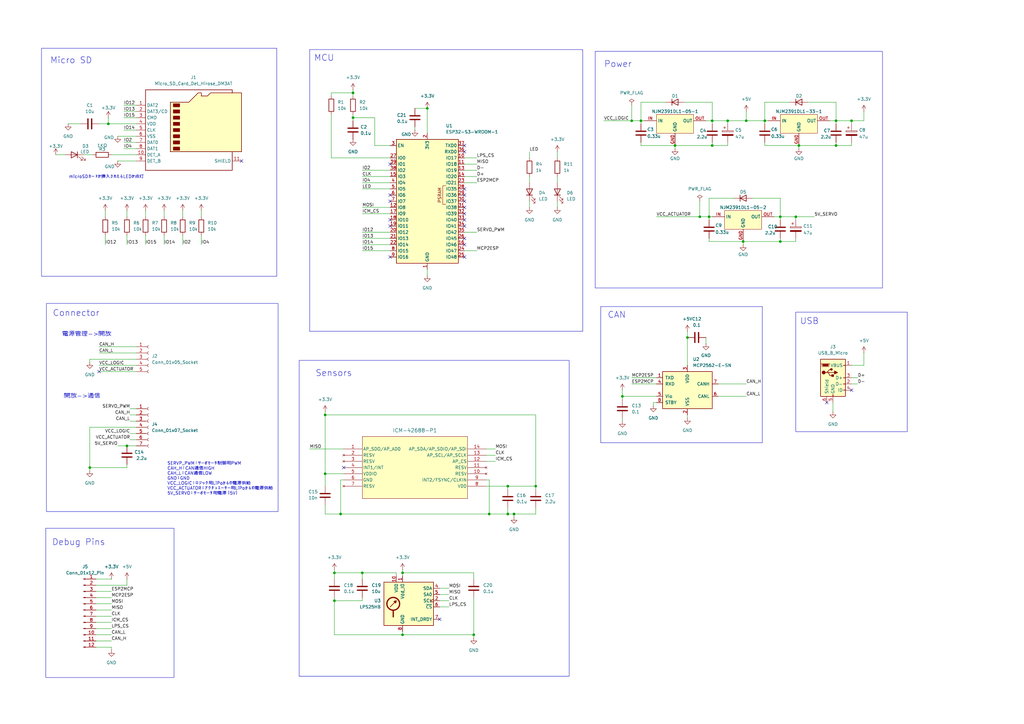
<source format=kicad_sch>
(kicad_sch (version 20231120) (generator "eeschema") (generator_version "8.0")
  (paper "A3")
  (title_block (title "C-73J 開放基板") (date "2025-01-20"))
  (lib_symbols
    (symbol "Connector:Conn_01x05_Socket" (pin_names (offset 1.016) hide)
      (property "Reference" "J" (at 0 7.62 0))
      (property "Value" "Conn_01x05_Socket" (at 0 -7.62 0))
      (symbol "Conn_01x05_Socket_1_1"
        (pin passive line (at -5.08 5.08 0) (length 3.81) (name "Pin_1") (number "1"))
        (pin passive line (at -5.08 2.54 0) (length 3.81) (name "Pin_2") (number "2"))
        (pin passive line (at -5.08 0 0) (length 3.81) (name "Pin_3") (number "3"))
        (pin passive line (at -5.08 -2.54 0) (length 3.81) (name "Pin_4") (number "4"))
        (pin passive line (at -5.08 -5.08 0) (length 3.81) (name "Pin_5") (number "5"))
      )
    )
    (symbol "Connector:Conn_01x07_Socket" (pin_names (offset 1.016) hide)
      (property "Reference" "J" (at 0 10.16 0))
      (property "Value" "Conn_01x07_Socket" (at 0 -10.16 0))
      (symbol "Conn_01x07_Socket_1_1"
        (pin passive line (at -5.08 7.62 0) (length 3.81) (name "Pin_1") (number "1"))
        (pin passive line (at -5.08 5.08 0) (length 3.81) (name "Pin_2") (number "2"))
        (pin passive line (at -5.08 2.54 0) (length 3.81) (name "Pin_3") (number "3"))
        (pin passive line (at -5.08 0 0) (length 3.81) (name "Pin_4") (number "4"))
        (pin passive line (at -5.08 -2.54 0) (length 3.81) (name "Pin_5") (number "5"))
        (pin passive line (at -5.08 -5.08 0) (length 3.81) (name "Pin_6") (number "6"))
        (pin passive line (at -5.08 -7.62 0) (length 3.81) (name "Pin_7") (number "7"))
      )
    )
    (symbol "Connector:Conn_01x12_Pin" (pin_names (offset 1.016) hide)
      (property "Reference" "J" (at 0 15.24 0))
      (property "Value" "Conn_01x12_Pin" (at 0 -17.78 0))
      (symbol "Conn_01x12_Pin_1_1"
        (pin passive line (at 5.08 12.7 180) (length 3.81) (name "Pin_1") (number "1"))
        (pin passive line (at 5.08 -10.16 180) (length 3.81) (name "Pin_10") (number "10"))
        (pin passive line (at 5.08 -12.7 180) (length 3.81) (name "Pin_11") (number "11"))
        (pin passive line (at 5.08 -15.24 180) (length 3.81) (name "Pin_12") (number "12"))
        (pin passive line (at 5.08 10.16 180) (length 3.81) (name "Pin_2") (number "2"))
        (pin passive line (at 5.08 7.62 180) (length 3.81) (name "Pin_3") (number "3"))
        (pin passive line (at 5.08 5.08 180) (length 3.81) (name "Pin_4") (number "4"))
        (pin passive line (at 5.08 2.54 180) (length 3.81) (name "Pin_5") (number "5"))
        (pin passive line (at 5.08 0 180) (length 3.81) (name "Pin_6") (number "6"))
        (pin passive line (at 5.08 -2.54 180) (length 3.81) (name "Pin_7") (number "7"))
        (pin passive line (at 5.08 -5.08 180) (length 3.81) (name "Pin_8") (number "8"))
        (pin passive line (at 5.08 -7.62 180) (length 3.81) (name "Pin_9") (number "9"))
      )
    )
    (symbol "Connector:Micro_SD_Card_Det_Hirose_DM3AT"
      (property "Reference" "J" (at -16.51 17.78 0))
      (property "Value" "Micro_SD_Card_Det_Hirose_DM3AT" (at 16.51 17.78 0))
      (symbol "Micro_SD_Card_Det_Hirose_DM3AT_1_1"
        (pin bidirectional line (at -22.86 10.16 0) (length 3.81) (name "DAT2") (number "1"))
        (pin passive line (at -22.86 -10.16 0) (length 3.81) (name "DET_A") (number "10"))
        (pin passive line (at 20.32 -12.7 180) (length 3.81) (name "SHIELD") (number "11"))
        (pin bidirectional line (at -22.86 7.62 0) (length 3.81) (name "DAT3/CD") (number "2"))
        (pin input line (at -22.86 5.08 0) (length 3.81) (name "CMD") (number "3"))
        (pin power_in line (at -22.86 2.54 0) (length 3.81) (name "VDD") (number "4"))
        (pin input line (at -22.86 0 0) (length 3.81) (name "CLK") (number "5"))
        (pin power_in line (at -22.86 -2.54 0) (length 3.81) (name "VSS") (number "6"))
        (pin bidirectional line (at -22.86 -5.08 0) (length 3.81) (name "DAT0") (number "7"))
        (pin bidirectional line (at -22.86 -7.62 0) (length 3.81) (name "DAT1") (number "8"))
        (pin passive line (at -22.86 -12.7 0) (length 3.81) (name "DET_B") (number "9"))
      )
    )
    (symbol "Connector:USB_B_Micro" (pin_names (offset 1.016))
      (property "Reference" "J" (at -5.08 11.43 0))
      (property "Value" "USB_B_Micro" (at -5.08 8.89 0))
      (symbol "USB_B_Micro_1_1"
        (pin power_out line (at 7.62 5.08 180) (length 2.54) (name "VBUS") (number "1"))
        (pin bidirectional line (at 7.62 -2.54 180) (length 2.54) (name "D-") (number "2"))
        (pin bidirectional line (at 7.62 0 180) (length 2.54) (name "D+") (number "3"))
        (pin passive line (at 7.62 -5.08 180) (length 2.54) (name "ID") (number "4"))
        (pin power_out line (at 0 -10.16 90) (length 2.54) (name "GND") (number "5"))
        (pin passive line (at -2.54 -10.16 90) (length 2.54) (name "Shield") (number "6"))
      )
    )
    (symbol "Device:C" (pin_numbers hide) (pin_names (offset 0.254))
      (property "Reference" "C" (at 0.635 2.54 0))
      (property "Value" "C" (at 0.635 -2.54 0))
      (symbol "C_1_1"
        (pin passive line (at 0 3.81 270) (length 2.794) (name "~") (number "1"))
        (pin passive line (at 0 -3.81 90) (length 2.794) (name "~") (number "2"))
      )
    )
    (symbol "Device:C_Polarized" (pin_numbers hide) (pin_names (offset 0.254))
      (property "Reference" "C" (at 0.635 2.54 0))
      (property "Value" "C_Polarized" (at 0.635 -2.54 0))
      (symbol "C_Polarized_1_1"
        (pin passive line (at 0 3.81 270) (length 2.794) (name "~") (number "1"))
        (pin passive line (at 0 -3.81 90) (length 2.794) (name "~") (number "2"))
      )
    )
    (symbol "Device:D" (pin_numbers hide) (pin_names (offset 1.016) hide)
      (property "Reference" "D" (at 0 2.54 0))
      (property "Value" "D" (at 0 -2.54 0))
      (symbol "D_1_1"
        (pin passive line (at -3.81 0 0) (length 2.54) (name "K") (number "1"))
        (pin passive line (at 3.81 0 180) (length 2.54) (name "A") (number "2"))
      )
    )
    (symbol "Device:LED" (pin_numbers hide) (pin_names (offset 1.016) hide)
      (property "Reference" "D" (at 0 2.54 0))
      (property "Value" "LED" (at 0 -2.54 0))
      (symbol "LED_1_1"
        (pin passive line (at -3.81 0 0) (length 2.54) (name "K") (number "1"))
        (pin passive line (at 3.81 0 180) (length 2.54) (name "A") (number "2"))
      )
    )
    (symbol "Device:R" (pin_numbers hide) (pin_names (offset 0))
      (property "Reference" "R" (at 2.032 0 90))
      (property "Value" "R" (at 0 0 90))
      (symbol "R_1_1"
        (pin passive line (at 0 3.81 270) (length 1.27) (name "~") (number "1"))
        (pin passive line (at 0 -3.81 90) (length 1.27) (name "~") (number "2"))
      )
    )
    (symbol "ICM42688:ICM-42688-P" (pin_names (offset 0.254))
      (property "Reference" "ICM-42688" (at 14.224 7.112 0))
      (symbol "ICM-42688-P_0_1"
        (pin no_connect line (at 58.42 -10.16 180) (length 7.62) (name "RESV") (number "10"))
        (pin no_connect line (at 58.42 -7.62 180) (length 7.62) (name "RESV") (number "11"))
        (pin no_connect line (at 0 -2.54 0) (length 7.62) (name "RESV") (number "2"))
        (pin no_connect line (at 0 -5.08 0) (length 7.62) (name "RESV") (number "3"))
        (pin bidirectional line (at 0 -7.62 0) (length 7.62) (name "INT1/INT") (number "4"))
        (pin no_connect line (at 0 -15.24 0) (length 7.62) (name "RESV") (number "7"))
        (pin bidirectional line (at 58.42 -12.7 180) (length 7.62) (name "INT2/FSYNC/CLKIN") (number "9"))
      )
      (symbol "ICM-42688-P_1_1"
        (pin output line (at 0 0 0) (length 7.62) (name "AP_SDO/AP_AD0") (number "1"))
        (pin input line (at 58.42 -5.08 180) (length 7.62) (name "AP_CS") (number "12"))
        (pin input line (at 58.42 -2.54 180) (length 7.62) (name "AP_SCL/AP_SCLK") (number "13"))
        (pin input line (at 58.42 0 180) (length 7.62) (name "AP_SDA/AP_SDIO/AP_SDI") (number "14"))
        (pin input line (at 0 -10.16 0) (length 7.62) (name "VDDIO") (number "5"))
        (pin power_in line (at 0 -12.7 0) (length 7.62) (name "GND") (number "6"))
        (pin power_in line (at 58.42 -15.24 180) (length 7.62) (name "VDD") (number "8"))
      )
    )
    (symbol "Interface_CAN_LIN:MCP2562-E-SN" (pin_names (offset 1.016))
      (property "Reference" "U" (at -10.16 8.89 0))
      (property "Value" "MCP2562-E-SN" (at 2.54 8.89 0))
      (symbol "MCP2562-E-SN_1_1"
        (pin input line (at -12.7 5.08 0) (length 2.54) (name "TXD") (number "1"))
        (pin power_in line (at 0 -10.16 90) (length 2.54) (name "VSS") (number "2"))
        (pin power_in line (at 0 10.16 270) (length 2.54) (name "VDD") (number "3"))
        (pin output line (at -12.7 2.54 0) (length 2.54) (name "RXD") (number "4"))
        (pin power_in line (at -12.7 -2.54 0) (length 2.54) (name "Vio") (number "5"))
        (pin bidirectional line (at 12.7 -2.54 180) (length 2.54) (name "CANL") (number "6"))
        (pin bidirectional line (at 12.7 2.54 180) (length 2.54) (name "CANH") (number "7"))
        (pin input line (at -12.7 -5.08 0) (length 2.54) (name "STBY") (number "8"))
      )
    )
    (symbol "NJM2391DL1-33_1"
      (property "Reference" "NJM2391DL1-33-2" (at 0 3.81 0))
      (symbol "NJM2391DL1-33_1_1_0"
        (pin power_in line (at 0 -10.16 90) (length 5.08) (name "GND") (number "GND"))
        (pin power_in line (at -12.7 0 0) (length 5.08) (name "IN") (number "IN"))
        (pin power_out line (at 12.7 0 180) (length 5.08) (name "OUT") (number "OUT"))
      )
    )
    (symbol "NJM2391DL1-33_2"
      (property "Reference" "NJM2391DL1-05-1" (at 0 3.81 0))
      (symbol "NJM2391DL1-33_2_1_0"
        (pin power_in line (at 0 -10.16 90) (length 5.08) (name "GND") (number "GND"))
        (pin input line (at -12.7 0 0) (length 5.08) (name "IN") (number "IN"))
        (pin passive line (at 12.7 0 180) (length 5.08) (name "OUT") (number "OUT"))
      )
    )
    (symbol "NJM2391DL:NJM2391DL1-33"
      (property "Reference" "NJM2391DL1-33" (at 0.254 4.318 0))
      (symbol "NJM2391DL1-33_1_0"
        (pin power_in line (at 0 -10.16 90) (length 5.08) (name "GND") (number "GND"))
        (pin input line (at -12.7 0 0) (length 5.08) (name "IN") (number "IN"))
        (pin output line (at 12.7 0 180) (length 5.08) (name "OUT") (number "OUT"))
      )
    )
    (symbol "RF_Module:ESP32-S3-WROOM-1"
      (property "Reference" "U" (at -12.7 26.67 0))
      (property "Value" "ESP32-S3-WROOM-1" (at 12.7 26.67 0))
      (symbol "ESP32-S3-WROOM-1_0_0"
        (text "PSRAM" (at 5.08 2.54 900) (effects (font (size 1.27 1.27))))
      )
      (symbol "ESP32-S3-WROOM-1_1_1"
        (pin power_in line (at 0 -27.94 90) (length 2.54) (name "GND") (number "1"))
        (pin bidirectional line (at 15.24 17.78 180) (length 2.54) (name "IO17") (number "10"))
        (pin bidirectional line (at 15.24 15.24 180) (length 2.54) (name "IO18") (number "11"))
        (pin bidirectional line (at -15.24 -2.54 0) (length 2.54) (name "IO8") (number "12"))
        (pin bidirectional line (at 15.24 12.7 180) (length 2.54) (name "IO19") (number "13"))
        (pin bidirectional line (at 15.24 10.16 180) (length 2.54) (name "IO20") (number "14"))
        (pin bidirectional line (at -15.24 10.16 0) (length 2.54) (name "IO3") (number "15"))
        (pin bidirectional line (at 15.24 -17.78 180) (length 2.54) (name "IO46") (number "16"))
        (pin bidirectional line (at -15.24 -5.08 0) (length 2.54) (name "IO9") (number "17"))
        (pin bidirectional line (at -15.24 -7.62 0) (length 2.54) (name "IO10") (number "18"))
        (pin bidirectional line (at -15.24 -10.16 0) (length 2.54) (name "IO11") (number "19"))
        (pin power_in line (at 0 27.94 270) (length 2.54) (name "3V3") (number "2"))
        (pin bidirectional line (at -15.24 -12.7 0) (length 2.54) (name "IO12") (number "20"))
        (pin bidirectional line (at -15.24 -15.24 0) (length 2.54) (name "IO13") (number "21"))
        (pin bidirectional line (at -15.24 -17.78 0) (length 2.54) (name "IO14") (number "22"))
        (pin bidirectional line (at 15.24 7.62 180) (length 2.54) (name "IO21") (number "23"))
        (pin bidirectional line (at 15.24 -20.32 180) (length 2.54) (name "IO47") (number "24"))
        (pin bidirectional line (at 15.24 -22.86 180) (length 2.54) (name "IO48") (number "25"))
        (pin bidirectional line (at 15.24 -15.24 180) (length 2.54) (name "IO45") (number "26"))
        (pin bidirectional line (at -15.24 17.78 0) (length 2.54) (name "IO0") (number "27"))
        (pin bidirectional line (at 15.24 5.08 180) (length 2.54) (name "IO35") (number "28"))
        (pin bidirectional line (at 15.24 2.54 180) (length 2.54) (name "IO36") (number "29"))
        (pin input line (at -15.24 22.86 0) (length 2.54) (name "EN") (number "3"))
        (pin bidirectional line (at 15.24 0 180) (length 2.54) (name "IO37") (number "30"))
        (pin bidirectional line (at 15.24 -2.54 180) (length 2.54) (name "IO38") (number "31"))
        (pin bidirectional line (at 15.24 -5.08 180) (length 2.54) (name "IO39") (number "32"))
        (pin bidirectional line (at 15.24 -7.62 180) (length 2.54) (name "IO40") (number "33"))
        (pin bidirectional line (at 15.24 -10.16 180) (length 2.54) (name "IO41") (number "34"))
        (pin bidirectional line (at 15.24 -12.7 180) (length 2.54) (name "IO42") (number "35"))
        (pin bidirectional line (at 15.24 20.32 180) (length 2.54) (name "RXD0") (number "36"))
        (pin bidirectional line (at 15.24 22.86 180) (length 2.54) (name "TXD0") (number "37"))
        (pin bidirectional line (at -15.24 12.7 0) (length 2.54) (name "IO2") (number "38"))
        (pin bidirectional line (at -15.24 15.24 0) (length 2.54) (name "IO1") (number "39"))
        (pin bidirectional line (at -15.24 7.62 0) (length 2.54) (name "IO4") (number "4"))
        (pin passive line (at 0 -27.94 90) (length 2.54) hide (name "GND") (number "40"))
        (pin passive line (at 0 -27.94 90) (length 2.54) hide (name "GND") (number "41"))
        (pin bidirectional line (at -15.24 5.08 0) (length 2.54) (name "IO5") (number "5"))
        (pin bidirectional line (at -15.24 2.54 0) (length 2.54) (name "IO6") (number "6"))
        (pin bidirectional line (at -15.24 0 0) (length 2.54) (name "IO7") (number "7"))
        (pin bidirectional line (at -15.24 -20.32 0) (length 2.54) (name "IO15") (number "8"))
        (pin bidirectional line (at -15.24 -22.86 0) (length 2.54) (name "IO16") (number "9"))
      )
    )
    (symbol "Sensor_Pressure:LPS25HB"
      (property "Reference" "U" (at -11.43 1.27 0))
      (property "Value" "LPS25HB" (at -11.176 -1.27 0))
      (symbol "LPS25HB_1_1"
        (pin power_in line (at -2.54 12.7 270) (length 2.54) (name "Vdd_IO") (number "1"))
        (pin power_in line (at -5.08 12.7 270) (length 2.54) (name "VDD") (number "10"))
        (pin input clock (at 12.7 2.54 180) (length 2.54) (name "SCL") (number "2"))
        (pin passive line (at -2.54 -10.16 90) (length 2.54) hide (name "GND") (number "3"))
        (pin bidirectional line (at 12.7 7.62 180) (length 2.54) (name "SDA") (number "4"))
        (pin input line (at 12.7 5.08 180) (length 2.54) (name "SA0") (number "5"))
        (pin input line (at 12.7 0 180) (length 2.54) (name "~{CS}") (number "6"))
        (pin output line (at 12.7 -5.08 180) (length 2.54) (name "INT_DRDY") (number "7"))
        (pin power_in line (at -2.54 -10.16 90) (length 2.54) (name "GND") (number "8"))
        (pin passive line (at -2.54 -10.16 90) (length 2.54) hide (name "GND") (number "9"))
      )
    )
    (symbol "power:+3.3V" (power) (pin_numbers hide) (pin_names (offset 0) hide)
      (property "Value" "+3.3V" (at 0 3.556 0))
      (symbol "+3.3V_1_1"
        (pin power_in line (at 0 0 90) (length 0) (name "~") (number "1"))
      )
    )
    (symbol "power:+5V" (power) (pin_numbers hide) (pin_names (offset 0) hide)
      (property "Value" "+5V" (at 0 3.556 0))
      (symbol "+5V_1_1"
        (pin power_in line (at 0 0 90) (length 0) (name "~") (number "1"))
      )
    )
    (symbol "power:GND" (power) (pin_numbers hide) (pin_names (offset 0) hide)
      (property "Value" "GND" (at 0 -3.81 0))
      (symbol "GND_1_1"
        (pin power_in line (at 0 0 270) (length 0) (name "~") (number "1"))
      )
    )
    (symbol "power:PWR_FLAG" (power) (pin_numbers hide) (pin_names (offset 0) hide)
      (property "Value" "PWR_FLAG" (at 0 3.81 0))
      (symbol "PWR_FLAG_0_0"
        (pin power_out line (at 0 0 90) (length 0) (name "~") (number "1"))
      )
    )
  )
  (junction (at 133.35 170.18))
  (junction (at 36.83 191.77))
  (junction (at 327.66 59.69))
  (junction (at 276.86 59.69))
  (junction (at 44.45 50.8))
  (junction (at 287.02 88.9))
  (junction (at 194.31 260.35))
  (junction (at 306.07 49.53))
  (junction (at 52.07 182.88))
  (junction (at 139.7 210.82))
  (junction (at 262.89 49.53))
  (junction (at 326.39 88.9))
  (junction (at 320.04 88.9))
  (junction (at 349.25 49.53))
  (junction (at 133.35 194.31))
  (junction (at 175.26 44.45))
  (junction (at 292.1 59.69))
  (junction (at 165.1 234.95))
  (junction (at 208.28 199.39))
  (junction (at 200.66 210.82))
  (junction (at 290.83 88.9))
  (junction (at 137.16 246.38))
  (junction (at 210.82 210.82))
  (junction (at 148.59 234.95))
  (junction (at 342.9 59.69))
  (junction (at 259.08 49.53))
  (junction (at 292.1 49.53))
  (junction (at 137.16 234.95))
  (junction (at 255.27 162.56))
  (junction (at 342.9 49.53))
  (junction (at 304.8 99.06))
  (junction (at 313.69 49.53))
  (junction (at 208.28 210.82))
  (junction (at 281.94 138.43))
  (junction (at 144.78 38.1))
  (junction (at 144.78 48.26))
  (junction (at 219.71 199.39))
  (junction (at 298.45 49.53))
  (junction (at 320.04 99.06))
  (junction (at 165.1 260.35))
  (no_connect (at 160.02 67.31))
  (no_connect (at 160.02 92.71))
  (no_connect (at 190.5 62.23))
  (no_connect (at 190.5 105.41))
  (no_connect (at 160.02 105.41))
  (no_connect (at 40.64 152.4))
  (no_connect (at 160.02 90.17))
  (no_connect (at 99.06 66.04))
  (no_connect (at 160.02 82.55))
  (no_connect (at 140.97 191.77))
  (no_connect (at 180.34 254))
  (no_connect (at 339.09 165.1))
  (no_connect (at 349.25 160.02))
  (no_connect (at 160.02 80.01))
  (no_connect (at 190.5 90.17))
  (no_connect (at 190.5 59.69))
  (no_connect (at 190.5 97.79))
  (no_connect (at 190.5 92.71))
  (no_connect (at 190.5 80.01))
  (no_connect (at 190.5 100.33))
  (no_connect (at 190.5 85.09))
  (no_connect (at 190.5 87.63))
  (no_connect (at 190.5 82.55))
  (no_connect (at 190.5 77.47))
  (wire (pts (xy 144.78 46.99) (xy 144.78 48.26)))
  (wire (pts (xy 148.59 77.47) (xy 160.02 77.47)))
  (wire (pts (xy 320.04 97.79) (xy 320.04 99.06)))
  (wire (pts (xy 267.97 165.1) (xy 269.24 165.1)))
  (wire (pts (xy 281.94 171.45) (xy 281.94 170.18)))
  (wire (pts (xy 313.69 49.53) (xy 313.69 41.91)))
  (wire (pts (xy 127 184.15) (xy 140.97 184.15)))
  (wire (pts (xy 137.16 234.95) (xy 137.16 237.49)))
  (wire (pts (xy 262.89 49.53) (xy 262.89 41.91)))
  (wire (pts (xy 281.94 135.89) (xy 281.94 138.43)))
  (wire (pts (xy 219.71 199.39) (xy 219.71 200.66)))
  (wire (pts (xy 45.72 262.89) (xy 39.37 262.89)))
  (wire (pts (xy 354.33 49.53) (xy 354.33 45.72)))
  (wire (pts (xy 162.56 234.95) (xy 162.56 236.22)))
  (wire (pts (xy 326.39 88.9) (xy 334.01 88.9)))
  (wire (pts (xy 349.25 149.86) (xy 354.33 149.86)))
  (wire (pts (xy 45.72 257.81) (xy 39.37 257.81)))
  (wire (pts (xy 194.31 234.95) (xy 194.31 237.49)))
  (wire (pts (xy 144.78 48.26) (xy 144.78 49.53)))
  (wire (pts (xy 255.27 163.83) (xy 255.27 162.56)))
  (wire (pts (xy 317.5 88.9) (xy 320.04 88.9)))
  (wire (pts (xy 53.34 177.8) (xy 55.88 177.8)))
  (wire (pts (xy 298.45 59.69) (xy 298.45 58.42)))
  (wire (pts (xy 200.66 196.85) (xy 200.66 210.82)))
  (wire (pts (xy 219.71 208.28) (xy 219.71 210.82)))
  (wire (pts (xy 137.16 233.68) (xy 137.16 234.95)))
  (wire (pts (xy 45.72 245.11) (xy 39.37 245.11)))
  (wire (pts (xy 45.72 266.7) (xy 45.72 265.43)))
  (wire (pts (xy 259.08 157.48) (xy 269.24 157.48)))
  (wire (pts (xy 199.39 186.69) (xy 203.2 186.69)))
  (wire (pts (xy 217.17 82.55) (xy 217.17 85.09)))
  (wire (pts (xy 342.9 58.42) (xy 342.9 59.69)))
  (wire (pts (xy 298.45 49.53) (xy 306.07 49.53)))
  (wire (pts (xy 165.1 234.95) (xy 165.1 236.22)))
  (wire (pts (xy 276.86 59.69) (xy 276.86 60.96)))
  (wire (pts (xy 349.25 157.48) (xy 351.79 157.48)))
  (wire (pts (xy 210.82 212.09) (xy 210.82 210.82)))
  (wire (pts (xy 133.35 199.39) (xy 133.35 194.31)))
  (wire (pts (xy 165.1 260.35) (xy 165.1 259.08)))
  (wire (pts (xy 290.83 88.9) (xy 290.83 81.28)))
  (wire (pts (xy 133.35 170.18) (xy 219.71 170.18)))
  (wire (pts (xy 133.35 210.82) (xy 139.7 210.82)))
  (wire (pts (xy 194.31 245.11) (xy 194.31 260.35)))
  (wire (pts (xy 148.59 245.11) (xy 148.59 246.38)))
  (wire (pts (xy 208.28 210.82) (xy 210.82 210.82)))
  (wire (pts (xy 259.08 49.53) (xy 262.89 49.53)))
  (wire (pts (xy 194.31 261.62) (xy 194.31 260.35)))
  (wire (pts (xy 148.59 95.25) (xy 160.02 95.25)))
  (wire (pts (xy 67.31 96.52) (xy 67.31 100.33)))
  (wire (pts (xy 190.5 72.39) (xy 195.58 72.39)))
  (wire (pts (xy 144.78 48.26) (xy 153.67 48.26)))
  (wire (pts (xy 313.69 41.91) (xy 323.85 41.91)))
  (wire (pts (xy 308.61 81.28) (xy 320.04 81.28)))
  (wire (pts (xy 53.34 172.72) (xy 55.88 172.72)))
  (wire (pts (xy 306.07 45.72) (xy 306.07 49.53)))
  (wire (pts (xy 153.67 59.69) (xy 160.02 59.69)))
  (wire (pts (xy 36.83 175.26) (xy 36.83 191.77)))
  (wire (pts (xy 165.1 233.68) (xy 165.1 234.95)))
  (wire (pts (xy 74.93 96.52) (xy 74.93 100.33)))
  (wire (pts (xy 290.83 97.79) (xy 290.83 99.06)))
  (wire (pts (xy 48.26 182.88) (xy 52.07 182.88)))
  (wire (pts (xy 304.8 99.06) (xy 320.04 99.06)))
  (wire (pts (xy 331.47 41.91) (xy 342.9 41.91)))
  (wire (pts (xy 44.45 50.8) (xy 55.88 50.8)))
  (wire (pts (xy 281.94 138.43) (xy 281.94 149.86)))
  (wire (pts (xy 36.83 191.77) (xy 36.83 193.04)))
  (wire (pts (xy 170.18 52.07) (xy 170.18 53.34)))
  (wire (pts (xy 180.34 243.84) (xy 184.15 243.84)))
  (wire (pts (xy 199.39 184.15) (xy 203.2 184.15)))
  (wire (pts (xy 148.59 234.95) (xy 162.56 234.95)))
  (wire (pts (xy 50.8 45.72) (xy 55.88 45.72)))
  (wire (pts (xy 48.26 66.04) (xy 55.88 66.04)))
  (wire (pts (xy 148.59 85.09) (xy 160.02 85.09)))
  (wire (pts (xy 45.72 255.27) (xy 39.37 255.27)))
  (wire (pts (xy 217.17 72.39) (xy 217.17 74.93)))
  (wire (pts (xy 219.71 210.82) (xy 210.82 210.82)))
  (wire (pts (xy 326.39 99.06) (xy 320.04 99.06)))
  (wire (pts (xy 320.04 81.28) (xy 320.04 88.9)))
  (wire (pts (xy 255.27 162.56) (xy 269.24 162.56)))
  (wire (pts (xy 292.1 41.91) (xy 292.1 49.53)))
  (wire (pts (xy 190.5 69.85) (xy 195.58 69.85)))
  (wire (pts (xy 139.7 196.85) (xy 139.7 210.82)))
  (wire (pts (xy 165.1 234.95) (xy 194.31 234.95)))
  (wire (pts (xy 342.9 49.53) (xy 342.9 50.8)))
  (wire (pts (xy 36.83 147.32) (xy 36.83 148.59)))
  (wire (pts (xy 50.8 48.26) (xy 55.88 48.26)))
  (wire (pts (xy 40.64 152.4) (xy 55.88 152.4)))
  (wire (pts (xy 22.86 63.5) (xy 26.67 63.5)))
  (wire (pts (xy 320.04 88.9) (xy 326.39 88.9)))
  (wire (pts (xy 313.69 59.69) (xy 327.66 59.69)))
  (wire (pts (xy 82.55 96.52) (xy 82.55 100.33)))
  (wire (pts (xy 342.9 49.53) (xy 349.25 49.53)))
  (wire (pts (xy 139.7 196.85) (xy 140.97 196.85)))
  (wire (pts (xy 354.33 144.78) (xy 354.33 149.86)))
  (wire (pts (xy 280.67 41.91) (xy 292.1 41.91)))
  (wire (pts (xy 53.34 170.18) (xy 55.88 170.18)))
  (wire (pts (xy 306.07 49.53) (xy 313.69 49.53)))
  (wire (pts (xy 148.59 87.63) (xy 160.02 87.63)))
  (wire (pts (xy 294.64 162.56) (xy 306.07 162.56)))
  (wire (pts (xy 208.28 199.39) (xy 219.71 199.39)))
  (wire (pts (xy 228.6 62.23) (xy 228.6 64.77)))
  (wire (pts (xy 165.1 260.35) (xy 194.31 260.35)))
  (wire (pts (xy 50.8 60.96) (xy 55.88 60.96)))
  (wire (pts (xy 175.26 44.45) (xy 170.18 44.45)))
  (wire (pts (xy 200.66 210.82) (xy 208.28 210.82)))
  (wire (pts (xy 195.58 102.87) (xy 190.5 102.87)))
  (wire (pts (xy 199.39 196.85) (xy 200.66 196.85)))
  (wire (pts (xy 144.78 38.1) (xy 144.78 39.37)))
  (wire (pts (xy 292.1 88.9) (xy 290.83 88.9)))
  (wire (pts (xy 53.34 180.34) (xy 55.88 180.34)))
  (wire (pts (xy 349.25 49.53) (xy 354.33 49.53)))
  (wire (pts (xy 148.59 102.87) (xy 160.02 102.87)))
  (wire (pts (xy 314.96 49.53) (xy 313.69 49.53)))
  (wire (pts (xy 262.89 58.42) (xy 262.89 59.69)))
  (wire (pts (xy 137.16 260.35) (xy 165.1 260.35)))
  (wire (pts (xy 153.67 48.26) (xy 153.67 59.69)))
  (wire (pts (xy 52.07 182.88) (xy 55.88 182.88)))
  (wire (pts (xy 135.89 39.37) (xy 135.89 38.1)))
  (wire (pts (xy 40.64 149.86) (xy 55.88 149.86)))
  (wire (pts (xy 82.55 86.36) (xy 82.55 88.9)))
  (wire (pts (xy 208.28 199.39) (xy 208.28 200.66)))
  (wire (pts (xy 50.8 43.18) (xy 55.88 43.18)))
  (wire (pts (xy 304.8 99.06) (xy 304.8 100.33)))
  (wire (pts (xy 180.34 248.92) (xy 184.15 248.92)))
  (wire (pts (xy 298.45 50.8) (xy 298.45 49.53)))
  (wire (pts (xy 292.1 49.53) (xy 292.1 50.8)))
  (wire (pts (xy 45.72 247.65) (xy 39.37 247.65)))
  (wire (pts (xy 148.59 74.93) (xy 160.02 74.93)))
  (wire (pts (xy 40.64 50.8) (xy 44.45 50.8)))
  (wire (pts (xy 34.29 63.5) (xy 38.1 63.5)))
  (wire (pts (xy 40.64 142.24) (xy 55.88 142.24)))
  (wire (pts (xy 292.1 49.53) (xy 298.45 49.53)))
  (wire (pts (xy 36.83 175.26) (xy 55.88 175.26)))
  (wire (pts (xy 137.16 246.38) (xy 137.16 260.35)))
  (wire (pts (xy 40.64 144.78) (xy 55.88 144.78)))
  (wire (pts (xy 349.25 50.8) (xy 349.25 49.53)))
  (wire (pts (xy 195.58 67.31) (xy 190.5 67.31)))
  (wire (pts (xy 327.66 59.69) (xy 342.9 59.69)))
  (wire (pts (xy 50.8 58.42) (xy 55.88 58.42)))
  (wire (pts (xy 264.16 49.53) (xy 262.89 49.53)))
  (wire (pts (xy 276.86 59.69) (xy 292.1 59.69)))
  (wire (pts (xy 294.64 157.48) (xy 306.07 157.48)))
  (wire (pts (xy 180.34 241.3) (xy 184.15 241.3)))
  (wire (pts (xy 59.69 86.36) (xy 59.69 88.9)))
  (wire (pts (xy 133.35 168.91) (xy 133.35 170.18)))
  (wire (pts (xy 148.59 100.33) (xy 160.02 100.33)))
  (wire (pts (xy 48.26 55.88) (xy 55.88 55.88)))
  (wire (pts (xy 52.07 191.77) (xy 36.83 191.77)))
  (wire (pts (xy 148.59 72.39) (xy 160.02 72.39)))
  (wire (pts (xy 199.39 189.23) (xy 203.2 189.23)))
  (wire (pts (xy 135.89 38.1) (xy 144.78 38.1)))
  (wire (pts (xy 52.07 190.5) (xy 52.07 191.77)))
  (wire (pts (xy 195.58 74.93) (xy 190.5 74.93)))
  (wire (pts (xy 262.89 49.53) (xy 262.89 50.8)))
  (wire (pts (xy 342.9 41.91) (xy 342.9 49.53)))
  (wire (pts (xy 262.89 41.91) (xy 273.05 41.91)))
  (wire (pts (xy 349.25 59.69) (xy 342.9 59.69)))
  (wire (pts (xy 349.25 154.94) (xy 351.79 154.94)))
  (wire (pts (xy 290.83 99.06) (xy 304.8 99.06)))
  (wire (pts (xy 52.07 240.03) (xy 52.07 237.49)))
  (wire (pts (xy 298.45 59.69) (xy 292.1 59.69)))
  (wire (pts (xy 247.65 49.53) (xy 259.08 49.53)))
  (wire (pts (xy 45.72 252.73) (xy 39.37 252.73)))
  (wire (pts (xy 53.34 167.64) (xy 55.88 167.64)))
  (wire (pts (xy 327.66 59.69) (xy 327.66 60.96)))
  (wire (pts (xy 133.35 207.01) (xy 133.35 210.82)))
  (wire (pts (xy 148.59 97.79) (xy 160.02 97.79)))
  (wire (pts (xy 36.83 147.32) (xy 55.88 147.32)))
  (wire (pts (xy 45.72 260.35) (xy 39.37 260.35)))
  (wire (pts (xy 320.04 88.9) (xy 320.04 90.17)))
  (wire (pts (xy 148.59 234.95) (xy 137.16 234.95)))
  (wire (pts (xy 195.58 95.25) (xy 190.5 95.25)))
  (wire (pts (xy 45.72 237.49) (xy 39.37 237.49)))
  (wire (pts (xy 313.69 49.53) (xy 313.69 50.8)))
  (wire (pts (xy 219.71 170.18) (xy 219.71 199.39)))
  (wire (pts (xy 137.16 245.11) (xy 137.16 246.38)))
  (wire (pts (xy 45.72 242.57) (xy 39.37 242.57)))
  (wire (pts (xy 199.39 199.39) (xy 208.28 199.39)))
  (wire (pts (xy 341.63 165.1) (xy 341.63 168.91)))
  (wire (pts (xy 139.7 210.82) (xy 200.66 210.82)))
  (wire (pts (xy 43.18 96.52) (xy 43.18 100.33)))
  (wire (pts (xy 27.94 50.8) (xy 33.02 50.8)))
  (wire (pts (xy 269.24 88.9) (xy 287.02 88.9)))
  (wire (pts (xy 267.97 166.37) (xy 267.97 165.1)))
  (wire (pts (xy 289.56 49.53) (xy 292.1 49.53)))
  (wire (pts (xy 289.56 140.97) (xy 289.56 138.43)))
  (wire (pts (xy 262.89 59.69) (xy 276.86 59.69)))
  (wire (pts (xy 175.26 110.49) (xy 175.26 113.03)))
  (wire (pts (xy 135.89 46.99) (xy 135.89 64.77)))
  (wire (pts (xy 255.27 172.72) (xy 255.27 171.45)))
  (wire (pts (xy 135.89 64.77) (xy 160.02 64.77)))
  (wire (pts (xy 228.6 82.55) (xy 228.6 85.09)))
  (wire (pts (xy 144.78 36.83) (xy 144.78 38.1)))
  (wire (pts (xy 43.18 86.36) (xy 43.18 88.9)))
  (wire (pts (xy 45.72 265.43) (xy 39.37 265.43)))
  (wire (pts (xy 287.02 82.55) (xy 287.02 88.9)))
  (wire (pts (xy 340.36 49.53) (xy 342.9 49.53)))
  (wire (pts (xy 52.07 86.36) (xy 52.07 88.9)))
  (wire (pts (xy 148.59 234.95) (xy 148.59 237.49)))
  (wire (pts (xy 326.39 99.06) (xy 326.39 97.79)))
  (wire (pts (xy 45.72 63.5) (xy 55.88 63.5)))
  (wire (pts (xy 180.34 246.38) (xy 184.15 246.38)))
  (wire (pts (xy 259.08 154.94) (xy 269.24 154.94)))
  (wire (pts (xy 290.83 81.28) (xy 300.99 81.28)))
  (wire (pts (xy 44.45 48.26) (xy 44.45 50.8)))
  (wire (pts (xy 259.08 43.18) (xy 259.08 49.53)))
  (wire (pts (xy 228.6 72.39) (xy 228.6 74.93)))
  (wire (pts (xy 148.59 246.38) (xy 137.16 246.38)))
  (wire (pts (xy 133.35 194.31) (xy 140.97 194.31)))
  (wire (pts (xy 148.59 69.85) (xy 160.02 69.85)))
  (wire (pts (xy 255.27 160.02) (xy 255.27 162.56)))
  (wire (pts (xy 133.35 170.18) (xy 133.35 194.31)))
  (wire (pts (xy 326.39 90.17) (xy 326.39 88.9)))
  (wire (pts (xy 39.37 240.03) (xy 52.07 240.03)))
  (wire (pts (xy 175.26 44.45) (xy 175.26 54.61)))
  (wire (pts (xy 195.58 64.77) (xy 190.5 64.77)))
  (wire (pts (xy 59.69 96.52) (xy 59.69 100.33)))
  (wire (pts (xy 290.83 88.9) (xy 290.83 90.17)))
  (wire (pts (xy 45.72 250.19) (xy 39.37 250.19)))
  (wire (pts (xy 67.31 86.36) (xy 67.31 88.9)))
  (wire (pts (xy 287.02 88.9) (xy 290.83 88.9)))
  (wire (pts (xy 349.25 59.69) (xy 349.25 58.42)))
  (wire (pts (xy 74.93 86.36) (xy 74.93 88.9)))
  (wire (pts (xy 50.8 53.34) (xy 55.88 53.34)))
  (wire (pts (xy 208.28 208.28) (xy 208.28 210.82)))
  (wire (pts (xy 52.07 96.52) (xy 52.07 100.33)))
  (wire (pts (xy 313.69 58.42) (xy 313.69 59.69)))
  (wire (pts (xy 292.1 58.42) (xy 292.1 59.69)))
  (wire (pts (xy 217.17 62.23) (xy 217.17 64.77)))
  (rectangle (start 19.05 124.46) (end 114.046 209.804))
  (rectangle (start 246.38 125.73) (end 312.674 181.61))
  (rectangle (start 17.018 19.812) (end 113.538 113.284))
  (rectangle (start 244.094 21.082) (end 361.95 118.11))
  (rectangle (start 18.796 216.662) (end 71.374 277.876))
  (rectangle (start 326.39 128.016) (end 372.11 177.038))
  (rectangle (start 122.682 147.828) (end 233.426 277.368))
  (rectangle (start 127 20.32) (end 239.014 135.89))
  (text "Sensors" (at 136.906 153.162 0) (effects (font (size 2.54 2.54))))
  (text "電源管理->開放" (at 25.4 137.16 0) (effects (font (size 1.778 1.778)) (justify left)))
  (text "開放->通信" (at 26.162 162.56 0) (effects (font (size 1.778 1.778)) (justify left)))
  (text "Debug Pins" (at 32.258 222.504 0) (effects (font (size 2.54 2.54))))
  (text "MCU\n" (at 128.778 23.876 0) (effects (font (size 2.54 2.54)) (justify left)))
  (text "Power" (at 253.492 26.416 0) (effects (font (size 2.54 2.54))))
  (text "Connector" (at 31.242 128.524 0) (effects (font (size 2.54 2.54))))
  (text "microSDカードが挿入されたらLEDが点灯" (at 43.688 72.644 0) (effects (font (size 1.27 1.27))))
  (text "CAN\n" (at 249.174 129.286 0) (effects (font (size 2.54 2.54)) (justify left)))
  (text "SERVP_PWM：サーボモータ制御用PWM\nCAH_H：CAN通信HIGH\nCAH_L：CAN通信LOW\nGND：GND\nVCC_LOGIC：ロジック用LiPoからの電源供給\nVCC_ACTUATOR：アクチュエーター用LiPoからの電源供給\n5V_SERVO：サーボモータ用電源（5V）" (at 68.58 196.342 0) (effects (font (size 1.27 1.27)) (justify left)))
  (text "USB" (at 331.978 131.826 0) (effects (font (size 2.54 2.54))))
  (text "Micro SD" (at 29.21 24.892 0) (effects (font (size 2.54 2.54))))
  (label "IO2" (at 74.93 100.33 0))
  (label "IO15" (at 59.69 100.33 0))
  (label "CLK" (at 148.59 72.39 0))
  (label "ESP2MCP" (at 259.08 157.48 0))
  (label "CAN_L" (at 306.07 162.56 0))
  (label "IO14" (at 67.31 100.33 0))
  (label "IO2" (at 148.59 69.85 0))
  (label "IO13" (at 148.59 97.79 0))
  (label "IO4" (at 148.59 74.93 0))
  (label "MISO" (at 184.15 243.84 0))
  (label "CAN_H" (at 53.34 170.18 180))
  (label "IO15" (at 50.8 48.26 0))
  (label "ESP2MCP" (at 45.72 242.57 0))
  (label "IO4" (at 82.55 100.33 0))
  (label "CLK" (at 45.72 252.73 0))
  (label "5V_SERVO" (at 334.01 88.9 0))
  (label "MISO" (at 195.58 67.31 0))
  (label "MCP2ESP" (at 45.72 245.11 0))
  (label "VCC_ACTUATOR" (at 40.64 152.4 0))
  (label "CAN_L" (at 45.72 260.35 0))
  (label "MOSI" (at 45.72 247.65 0))
  (label "IO13" (at 52.07 100.33 0))
  (label "CAN_H" (at 40.64 142.24 0))
  (label "VCC_ACTUATOR" (at 269.24 88.9 0))
  (label "IO14" (at 50.8 53.34 0))
  (label "D+" (at 351.79 154.94 0))
  (label "CAN_H" (at 306.07 157.48 0))
  (label "D-" (at 351.79 157.48 0))
  (label "LPS_CS" (at 195.58 64.77 0))
  (label "CAN_L" (at 40.64 144.78 0))
  (label "LED" (at 217.17 62.23 0))
  (label "VCC_LOGIC" (at 40.64 149.86 0))
  (label "ICM_CS" (at 148.59 87.63 0))
  (label "CAN_L" (at 53.34 172.72 180))
  (label "CLK" (at 184.15 246.38 0))
  (label "MISO" (at 45.72 250.19 0))
  (label "IO13" (at 50.8 45.72 0))
  (label "CLK" (at 203.2 186.69 0))
  (label "MCP2ESP" (at 195.58 102.87 0))
  (label "MCP2ESP" (at 259.08 154.94 0))
  (label "CAN_H" (at 45.72 262.89 0))
  (label "IO15" (at 148.59 102.87 0))
  (label "MOSI" (at 184.15 241.3 0))
  (label "IO12" (at 43.18 100.33 0))
  (label "D+" (at 195.58 72.39 0))
  (label "ICM_CS" (at 45.72 255.27 0))
  (label "SERVO_PWM" (at 195.58 95.25 0))
  (label "IO2" (at 50.8 58.42 0))
  (label "LED" (at 148.59 77.47 0))
  (label "VCC_ACTUATOR" (at 53.34 180.34 180))
  (label "LPS_CS" (at 184.15 248.92 0))
  (label "D-" (at 195.58 69.85 0))
  (label "IO14" (at 148.59 100.33 0))
  (label "IO12" (at 50.8 43.18 0))
  (label "ESP2MCP" (at 195.58 74.93 0))
  (label "MOSI" (at 148.59 85.09 0))
  (label "ICM_CS" (at 203.2 189.23 0))
  (label "SERVO_PWM" (at 53.34 167.64 180))
  (label "MISO" (at 127 184.15 0))
  (label "IO12" (at 148.59 95.25 0))
  (label "VCC_LOGIC" (at 247.65 49.53 0))
  (label "VCC_LOGIC" (at 53.34 177.8 180))
  (label "IO4" (at 50.8 60.96 0))
  (label "5V_SERVO" (at 48.26 182.88 180))
  (label "MOSI" (at 203.2 184.15 0))
  (label "LPS_CS" (at 45.72 257.81 0))
  (symbol (lib_id "Device:D") (at 276.86 41.91 0) (unit 1)
    (property "Reference" "D1" (at 276.86 39.37 0))
    (property "Footprint" "Diode_SMD:D_1206_3216Metric" (effects (hide yes)))
    (property "Description" "Diode" (effects (hide yes)))
    (property "Sim.Device" "D" (effects (hide yes)))
    (property "Sim.Pins" "1=K 2=A" (effects (hide yes)))
  )
  (symbol (lib_id "Device:C") (at 285.75 138.43 90) (unit 1)
    (property "Reference" "C12" (at 285.75 130.81 90))
    (property "Value" "0.1" (at 285.75 133.35 90))
    (property "Footprint" "Capacitor_SMD:C_0603_1608Metric" (effects (hide yes)))
    (property "Description" "Unpolarized capacitor" (effects (hide yes)))
  )
  (symbol (lib_id "power:+3.3V") (at 144.78 36.83 0) (unit 1)
    (property "Reference" "#PWR01" (effects (hide yes)))
    (property "Value" "+3.3V" (at 144.78 31.75 0))
    (property "Description" "Power symbol creates a global label with name \"+3.3V\"" (effects (hide yes)))
  )
  (symbol (lib_id "power:GND") (at 228.6 85.09 0) (unit 1)
    (property "Reference" "#PWR040" (effects (hide yes)))
    (property "Value" "GND" (at 228.6 90.17 0))
    (property "Description" "Power symbol creates a global label with name \"GND\" , ground" (effects (hide yes)))
  )
  (symbol (lib_id "power:GND") (at 36.83 148.59 0) (unit 1)
    (property "Reference" "#PWR025" (effects (hide yes)))
    (property "Value" "GND" (at 36.83 153.67 0))
    (property "Description" "Power symbol creates a global label with name \"GND\" , ground" (effects (hide yes)))
  )
  (symbol (lib_id "power:+3.3V") (at 82.55 86.36 0) (unit 1)
    (property "Reference" "#PWR019" (effects (hide yes)))
    (property "Value" "+3.3V" (at 82.55 81.28 0))
    (property "Description" "Power symbol creates a global label with name \"+3.3V\"" (effects (hide yes)))
  )
  (symbol (lib_id "power:GND") (at 27.94 50.8 0) (unit 1)
    (property "Reference" "#PWR05" (effects (hide yes)))
    (property "Value" "GND" (at 27.94 55.88 0))
    (property "Description" "Power symbol creates a global label with name \"GND\" , ground" (effects (hide yes)))
  )
  (symbol (lib_id "power:GND") (at 45.72 266.7 0) (unit 1)
    (property "Reference" "#PWR039" (effects (hide yes)))
    (property "Value" "GND" (at 45.72 271.78 0))
    (property "Description" "Power symbol creates a global label with name \"GND\" , ground" (effects (hide yes)))
  )
  (symbol (lib_id "Device:C") (at 320.04 93.98 0) (unit 1)
    (property "Reference" "C10" (at 314.96 92.964 0) (effects (justify left)))
    (property "Value" "2.2u" (at 313.69 95.504 0) (effects (justify left)))
    (property "Footprint" "Capacitor_SMD:C_0603_1608Metric" (effects (hide yes)))
    (property "Description" "Unpolarized capacitor" (effects (hide yes)))
  )
  (symbol (lib_id "Connector:Conn_01x05_Socket") (at 60.96 147.32 0) (unit 1)
    (property "Reference" "J2" (at 62.23 146.0499 0) (effects (justify left)))
    (property "Value" "Conn_01x05_Socket" (at 62.23 148.5899 0) (effects (justify left)))
    (property "Footprint" "Connector_JST:JST_PH_S5B-PH-K_1x05_P2.00mm_Horizontal" (effects (hide yes)))
    (property "Description" "Generic connector, single row, 01x05, script generated" (effects (hide yes)))
  )
  (symbol (lib_id "Device:C_Polarized") (at 326.39 93.98 0) (unit 1)
    (property "Reference" "C11" (at 329.438 92.71 0) (effects (justify left)))
    (property "Value" "47u" (at 329.438 95.504 0) (effects (justify left)))
    (property "Footprint" "Capacitor_SMD:C_Elec_6.3x5.8" (effects (hide yes)))
    (property "Description" "Polarized capacitor" (effects (hide yes)))
  )
  (symbol (lib_id "Device:C") (at 144.78 53.34 0) (unit 1)
    (property "Reference" "C2" (at 147.828 52.07 0) (effects (justify left)))
    (property "Value" "0.1u" (at 147.828 54.61 0) (effects (justify left)))
    (property "Footprint" "Capacitor_SMD:C_0603_1608Metric" (effects (hide yes)))
    (property "Description" "Unpolarized capacitor" (effects (hide yes)))
  )
  (symbol (lib_id "Device:C") (at 219.71 204.47 0) (unit 1)
    (property "Reference" "C17" (at 223.52 203.1999 0) (effects (justify left)))
    (property "Value" "2.2u" (at 223.52 205.7399 0) (effects (justify left)))
    (property "Footprint" "Capacitor_SMD:C_0603_1608Metric" (effects (hide yes)))
    (property "Description" "Unpolarized capacitor" (effects (hide yes)))
  )
  (symbol (lib_id "Device:C") (at 313.69 54.61 0) (unit 1)
    (property "Reference" "C6" (at 316.23 53.086 0) (effects (justify left)))
    (property "Value" "0.33u" (at 316.23 55.88 0) (effects (justify left)))
    (property "Footprint" "Capacitor_SMD:C_0603_1608Metric" (effects (hide yes)))
    (property "Description" "Unpolarized capacitor" (effects (hide yes)))
  )
  (symbol (lib_id "Device:C") (at 52.07 186.69 0) (unit 1)
    (property "Reference" "C14" (at 55.118 185.42 0) (effects (justify left)))
    (property "Value" "2.2u" (at 55.88 187.9599 0) (effects (justify left)))
    (property "Footprint" "Capacitor_SMD:C_0603_1608Metric" (effects (hide yes)))
    (property "Description" "Unpolarized capacitor" (effects (hide yes)))
  )
  (symbol (lib_id "Device:C") (at 170.18 48.26 0) (unit 1)
    (property "Reference" "C21" (at 162.814 47.244 0) (effects (justify left)))
    (property "Value" "0.1u" (at 162.814 49.784 0) (effects (justify left)))
    (property "Footprint" "Capacitor_SMD:C_0603_1608Metric" (effects (hide yes)))
    (property "Description" "Unpolarized capacitor" (effects (hide yes)))
  )
  (symbol (lib_id "Device:R") (at 74.93 92.71 0) (unit 1)
    (property "Reference" "R9" (at 77.47 91.4399 0) (effects (justify left)))
    (property "Value" "10k" (at 77.47 93.9799 0) (effects (justify left)))
    (property "Footprint" "Resistor_SMD:R_0603_1608Metric" (effects (hide yes)))
    (property "Description" "Resistor" (effects (hide yes)))
  )
  (symbol (lib_id "power:+3.3V") (at 43.18 86.36 0) (unit 1)
    (property "Reference" "#PWR014" (effects (hide yes)))
    (property "Value" "+3.3V" (at 43.18 81.28 0))
    (property "Description" "Power symbol creates a global label with name \"+3.3V\"" (effects (hide yes)))
  )
  (symbol (lib_id "power:+3.3V") (at 59.69 86.36 0) (unit 1)
    (property "Reference" "#PWR016" (effects (hide yes)))
    (property "Value" "+3.3V" (at 59.69 81.28 0))
    (property "Description" "Power symbol creates a global label with name \"+3.3V\"" (effects (hide yes)))
  )
  (symbol (lib_id "Device:C") (at 194.31 241.3 0) (unit 1)
    (property "Reference" "C20" (at 198.12 240.0299 0) (effects (justify left)))
    (property "Value" "0.1u" (at 198.12 242.5699 0) (effects (justify left)))
    (property "Footprint" "Capacitor_SMD:C_0603_1608Metric" (effects (hide yes)))
    (property "Description" "Unpolarized capacitor" (effects (hide yes)))
  )
  (symbol (lib_id "power:+3.3V") (at 22.86 63.5 0) (unit 1)
    (property "Reference" "#PWR011" (effects (hide yes)))
    (property "Value" "+3.3V" (at 22.86 59.944 0))
    (property "Description" "Power symbol creates a global label with name \"+3.3V\"" (effects (hide yes)))
  )
  (symbol (lib_id "Device:R") (at 135.89 43.18 0) (unit 1)
    (property "Reference" "R1" (at 138.43 41.9099 0) (effects (justify left)))
    (property "Value" "10k" (at 138.43 44.4499 0) (effects (justify left)))
    (property "Footprint" "Resistor_SMD:R_0603_1608Metric" (effects (hide yes)))
    (property "Description" "Resistor" (effects (hide yes)))
  )
  (symbol (lib_id "Device:D") (at 327.66 41.91 0) (unit 1)
    (property "Reference" "D2" (at 327.66 39.37 0))
    (property "Footprint" "Diode_SMD:D_1206_3216Metric" (effects (hide yes)))
    (property "Description" "Diode" (effects (hide yes)))
    (property "Sim.Device" "D" (effects (hide yes)))
    (property "Sim.Pins" "1=K 2=A" (effects (hide yes)))
  )
  (symbol (lib_id "power:+3.3V") (at 165.1 233.68 0) (unit 1)
    (property "Reference" "#PWR035" (effects (hide yes)))
    (property "Value" "+3.3V" (at 165.1 228.6 0))
    (property "Description" "Power symbol creates a global label with name \"+3.3V\"" (effects (hide yes)))
  )
  (symbol (lib_id "Device:D") (at 304.8 81.28 0) (unit 1)
    (property "Reference" "D5" (at 304.8 78.74 0))
    (property "Footprint" "Diode_SMD:D_1206_3216Metric" (effects (hide yes)))
    (property "Description" "Diode" (effects (hide yes)))
    (property "Sim.Device" "D" (effects (hide yes)))
    (property "Sim.Pins" "1=K 2=A" (effects (hide yes)))
  )
  (symbol (lib_id "Device:LED") (at 217.17 78.74 90) (unit 1)
    (property "Reference" "D4" (at 220.98 79.0574 90) (effects (justify right)))
    (property "Value" "LED" (at 220.98 81.5974 90) (effects (justify right)))
    (property "Footprint" "LED_SMD:LED_0603_1608Metric" (effects (hide yes)))
    (property "Description" "Light emitting diode" (effects (hide yes)))
  )
  (symbol (lib_name "NJM2391DL1-33_2") (lib_id "NJM2391DL:NJM2391DL1-33") (at 276.86 49.53 0) (unit 1)
    (property "Reference" "NJM2391DL1-05-1" (at 276.86 45.72 0))
    (property "Footprint" "CREATE_Regulator:NJM2391DL1-33" (effects (hide yes)))
  )
  (symbol (lib_id "power:+3.3V") (at 45.72 237.49 0) (unit 1)
    (property "Reference" "#PWR036" (effects (hide yes)))
    (property "Value" "+3.3V" (at 45.72 232.41 0))
    (property "Description" "Power symbol creates a global label with name \"+3.3V\"" (effects (hide yes)))
  )
  (symbol (lib_id "Sensor_Pressure:LPS25HB") (at 167.64 248.92 0) (unit 1)
    (property "Reference" "U3" (at 156.21 246.3799 0) (effects (justify right)))
    (property "Value" "LPS25HB" (at 156.21 248.9199 0) (effects (justify right)))
    (property "Footprint" "Package_LGA:ST_HLGA-10_2.5x2.5mm_P0.6mm_LayoutBorder3x2y" (effects (hide yes)))
    (property "Datasheet" "https://www.st.com/resource/en/datasheet/lps25hb.pdf" (effects (hide yes)))
    (property "Description" "MEMS nano pressure sensor, 260-1260 hPa, absolute digital output baromeeter, 24 bit, SPI, I2C, 0.01 hPa noise rms, ST_HLGA-10L" (effects (hide yes)))
  )
  (symbol (lib_id "Device:C") (at 290.83 93.98 0) (unit 1)
    (property "Reference" "C9" (at 293.37 92.456 0) (effects (justify left)))
    (property "Value" "0.33u" (at 293.37 95.25 0) (effects (justify left)))
    (property "Footprint" "Capacitor_SMD:C_0603_1608Metric" (effects (hide yes)))
    (property "Description" "Unpolarized capacitor" (effects (hide yes)))
  )
  (symbol (lib_id "power:+3.3V") (at 228.6 62.23 0) (unit 1)
    (property "Reference" "#PWR041" (effects (hide yes)))
    (property "Value" "+3.3V" (at 228.6 57.15 0))
    (property "Description" "Power symbol creates a global label with name \"+3.3V\"" (effects (hide yes)))
  )
  (symbol (lib_id "power:+3.3V") (at 175.26 44.45 0) (unit 1)
    (property "Reference" "#PWR06" (effects (hide yes)))
    (property "Value" "+3.3V" (at 175.26 39.37 0))
    (property "Description" "Power symbol creates a global label with name \"+3.3V\"" (effects (hide yes)))
  )
  (symbol (lib_id "Connector:Conn_01x07_Socket") (at 60.96 175.26 0) (unit 1)
    (property "Reference" "J4" (at 62.23 173.9899 0) (effects (justify left)))
    (property "Value" "Conn_01x07_Socket" (at 62.23 176.5299 0) (effects (justify left)))
    (property "Footprint" "Connector_JST:JST_PH_S7B-PH-K_1x07_P2.00mm_Horizontal" (effects (hide yes)))
    (property "Description" "Generic connector, single row, 01x07, script generated" (effects (hide yes)))
  )
  (symbol (lib_id "Device:R") (at 82.55 92.71 0) (unit 1)
    (property "Reference" "R10" (at 85.09 91.4399 0) (effects (justify left)))
    (property "Value" "10k" (at 85.09 93.9799 0) (effects (justify left)))
    (property "Footprint" "Resistor_SMD:R_0603_1608Metric" (effects (hide yes)))
    (property "Description" "Resistor" (effects (hide yes)))
  )
  (symbol (lib_id "power:GND") (at 304.8 100.33 0) (unit 1)
    (property "Reference" "#PWR020" (effects (hide yes)))
    (property "Value" "GND" (at 304.8 104.394 0))
    (property "Description" "Power symbol creates a global label with name \"GND\" , ground" (effects (hide yes)))
  )
  (symbol (lib_id "Device:C") (at 255.27 167.64 0) (unit 1)
    (property "Reference" "C13" (at 259.08 166.3699 0) (effects (justify left)))
    (property "Value" "0.1" (at 259.08 168.9099 0) (effects (justify left)))
    (property "Footprint" "Capacitor_SMD:C_0603_1608Metric" (effects (hide yes)))
    (property "Description" "Unpolarized capacitor" (effects (hide yes)))
  )
  (symbol (lib_id "Device:C") (at 262.89 54.61 0) (unit 1)
    (property "Reference" "C3" (at 265.43 53.086 0) (effects (justify left)))
    (property "Value" "0.33u" (at 265.43 55.88 0) (effects (justify left)))
    (property "Footprint" "Capacitor_SMD:C_0603_1608Metric" (effects (hide yes)))
    (property "Description" "Unpolarized capacitor" (effects (hide yes)))
  )
  (symbol (lib_id "NJM2391DL:NJM2391DL1-33") (at 304.8 88.9 0) (unit 1)
    (property "Reference" "NJM2391DL1-05-2" (at 304.8 85.09 0))
    (property "Footprint" "CREATE_Regulator:NJM2391DL1-33" (effects (hide yes)))
  )
  (symbol (lib_id "Device:LED") (at 30.48 63.5 0) (mirror y) (unit 1)
    (property "Reference" "D3" (at 35.052 59.944 0))
    (property "Value" "LED" (at 34.798 62.23 0))
    (property "Footprint" "LED_SMD:LED_0603_1608Metric" (effects (hide yes)))
    (property "Description" "Light emitting diode" (effects (hide yes)))
  )
  (symbol (lib_id "power:+3.3V") (at 133.35 168.91 0) (unit 1)
    (property "Reference" "#PWR028" (effects (hide yes)))
    (property "Value" "+3.3V" (at 133.35 163.83 0))
    (property "Description" "Power symbol creates a global label with name \"+3.3V\"" (effects (hide yes)))
  )
  (symbol (lib_id "Device:C") (at 342.9 54.61 0) (unit 1)
    (property "Reference" "C7" (at 337.82 53.594 0) (effects (justify left)))
    (property "Value" "2.2u" (at 336.55 56.134 0) (effects (justify left)))
    (property "Footprint" "Capacitor_SMD:C_0603_1608Metric" (effects (hide yes)))
    (property "Description" "Unpolarized capacitor" (effects (hide yes)))
  )
  (symbol (lib_id "Device:C") (at 148.59 241.3 0) (unit 1)
    (property "Reference" "C19" (at 152.4 240.0299 0) (effects (justify left)))
    (property "Value" "10u" (at 152.4 242.5699 0) (effects (justify left)))
    (property "Footprint" "Capacitor_SMD:C_0603_1608Metric" (effects (hide yes)))
    (property "Description" "Unpolarized capacitor" (effects (hide yes)))
  )
  (symbol (lib_id "power:+5V") (at 52.07 237.49 0) (unit 1)
    (property "Reference" "#PWR037" (effects (hide yes)))
    (property "Value" "+5V" (at 52.07 232.41 0))
    (property "Description" "Power symbol creates a global label with name \"+5V\"" (effects (hide yes)))
  )
  (symbol (lib_id "power:+3.3V") (at 74.93 86.36 0) (unit 1)
    (property "Reference" "#PWR018" (effects (hide yes)))
    (property "Value" "+3.3V" (at 74.93 81.28 0))
    (property "Description" "Power symbol creates a global label with name \"+3.3V\"" (effects (hide yes)))
  )
  (symbol (lib_id "Device:R") (at 43.18 92.71 0) (unit 1)
    (property "Reference" "R5" (at 45.72 91.4399 0) (effects (justify left)))
    (property "Value" "10k" (at 45.72 93.9799 0) (effects (justify left)))
    (property "Footprint" "Resistor_SMD:R_0603_1608Metric" (effects (hide yes)))
    (property "Description" "Resistor" (effects (hide yes)))
  )
  (symbol (lib_id "Device:C") (at 137.16 241.3 0) (unit 1)
    (property "Reference" "C18" (at 140.97 240.0299 0) (effects (justify left)))
    (property "Value" "0.1u" (at 140.97 242.5699 0) (effects (justify left)))
    (property "Footprint" "Capacitor_SMD:C_0603_1608Metric" (effects (hide yes)))
    (property "Description" "Unpolarized capacitor" (effects (hide yes)))
  )
  (symbol (lib_id "power:GND") (at 267.97 166.37 0) (unit 1)
    (property "Reference" "#PWR027" (effects (hide yes)))
    (property "Value" "GND" (at 267.97 171.45 0))
    (property "Description" "Power symbol creates a global label with name \"GND\" , ground" (effects (hide yes)))
  )
  (symbol (lib_id "power:GND") (at 175.26 113.03 0) (unit 1)
    (property "Reference" "#PWR021" (effects (hide yes)))
    (property "Value" "GND" (at 175.26 118.11 0))
    (property "Description" "Power symbol creates a global label with name \"GND\" , ground" (effects (hide yes)))
  )
  (symbol (lib_name "NJM2391DL1-33_1") (lib_id "NJM2391DL:NJM2391DL1-33") (at 327.66 49.53 0) (unit 1)
    (property "Reference" "NJM2391DL1-33-1" (at 327.66 45.72 0))
    (property "Footprint" "CREATE_Regulator:NJM2391DL1-33" (effects (hide yes)))
  )
  (symbol (lib_id "power:GND") (at 170.18 53.34 0) (unit 1)
    (property "Reference" "#PWR042" (effects (hide yes)))
    (property "Value" "GND" (at 166.624 55.118 0))
    (property "Description" "Power symbol creates a global label with name \"GND\" , ground" (effects (hide yes)))
  )
  (symbol (lib_id "power:GND") (at 144.78 57.15 0) (unit 1)
    (property "Reference" "#PWR08" (effects (hide yes)))
    (property "Value" "GND" (at 144.78 62.23 0))
    (property "Description" "Power symbol creates a global label with name \"GND\" , ground" (effects (hide yes)))
  )
  (symbol (lib_id "Device:R") (at 67.31 92.71 0) (unit 1)
    (property "Reference" "R8" (at 69.85 91.4399 0) (effects (justify left)))
    (property "Value" "10k" (at 69.85 93.9799 0) (effects (justify left)))
    (property "Footprint" "Resistor_SMD:R_0603_1608Metric" (effects (hide yes)))
    (property "Description" "Resistor" (effects (hide yes)))
  )
  (symbol (lib_id "power:+3.3V") (at 354.33 45.72 0) (unit 1)
    (property "Reference" "#PWR03" (effects (hide yes)))
    (property "Value" "+3.3V" (at 354.33 40.64 0))
    (property "Description" "Power symbol creates a global label with name \"+3.3V\"" (effects (hide yes)))
  )
  (symbol (lib_id "Device:R") (at 144.78 43.18 0) (unit 1)
    (property "Reference" "R2" (at 147.32 41.9099 0) (effects (justify left)))
    (property "Value" "10k" (at 147.32 44.4499 0) (effects (justify left)))
    (property "Footprint" "Resistor_SMD:R_0603_1608Metric" (effects (hide yes)))
    (property "Description" "Resistor" (effects (hide yes)))
  )
  (symbol (lib_id "Interface_CAN_LIN:MCP2562-E-SN") (at 281.94 160.02 0) (unit 1)
    (property "Reference" "U2" (at 284.1341 147.32 0) (effects (justify left)))
    (property "Value" "MCP2562-E-SN" (at 284.1341 149.86 0) (effects (justify left)))
    (property "Footprint" "Package_SO:SOIC-8_3.9x4.9mm_P1.27mm" (effects (hide yes)))
    (property "Datasheet" "http://ww1.microchip.com/downloads/en/DeviceDoc/25167A.pdf" (effects (hide yes)))
    (property "Description" "High-Speed CAN Transceiver, 1Mbps, 5V supply, Vio pin, -40C to +125C, SOIC-8" (effects (hide yes)))
  )
  (symbol (lib_id "power:+5V") (at 306.07 45.72 0) (unit 1)
    (property "Reference" "#PWR02" (effects (hide yes)))
    (property "Value" "+5V" (at 306.07 40.64 0))
    (property "Description" "Power symbol creates a global label with name \"+5V\"" (effects (hide yes)))
  )
  (symbol (lib_id "power:PWR_FLAG") (at 287.02 82.55 0) (unit 1)
    (property "Reference" "#FLG02" (effects (hide yes)))
    (property "Value" "PWR_FLAG" (at 287.02 77.47 0))
    (property "Description" "Special symbol for telling ERC where power comes from" (effects (hide yes)))
  )
  (symbol (lib_id "power:+3.3V") (at 67.31 86.36 0) (unit 1)
    (property "Reference" "#PWR017" (effects (hide yes)))
    (property "Value" "+3.3V" (at 67.31 81.28 0))
    (property "Description" "Power symbol creates a global label with name \"+3.3V\"" (effects (hide yes)))
  )
  (symbol (lib_id "power:GND") (at 327.66 60.96 0) (unit 1)
    (property "Reference" "#PWR010" (effects (hide yes)))
    (property "Value" "GND" (at 327.66 65.024 0))
    (property "Description" "Power symbol creates a global label with name \"GND\" , ground" (effects (hide yes)))
  )
  (symbol (lib_id "power:GND") (at 289.56 140.97 0) (unit 1)
    (property "Reference" "#PWR023" (effects (hide yes)))
    (property "Value" "GND" (at 287.528 145.796 0) (effects (justify left)))
    (property "Description" "Power symbol creates a global label with name \"GND\" , ground" (effects (hide yes)))
  )
  (symbol (lib_id "Device:R") (at 52.07 92.71 0) (unit 1)
    (property "Reference" "R6" (at 54.61 91.4399 0) (effects (justify left)))
    (property "Value" "10k" (at 54.61 93.9799 0) (effects (justify left)))
    (property "Footprint" "Resistor_SMD:R_0603_1608Metric" (effects (hide yes)))
    (property "Description" "Resistor" (effects (hide yes)))
  )
  (symbol (lib_id "power:GND") (at 48.26 55.88 0) (unit 1)
    (property "Reference" "#PWR07" (effects (hide yes)))
    (property "Value" "GND" (at 44.704 56.388 0))
    (property "Description" "Power symbol creates a global label with name \"GND\" , ground" (effects (hide yes)))
  )
  (symbol (lib_id "power:GND") (at 341.63 168.91 0) (unit 1)
    (property "Reference" "#PWR029" (effects (hide yes)))
    (property "Value" "GND" (at 341.63 173.99 0))
    (property "Description" "Power symbol creates a global label with name \"GND\" , ground" (effects (hide yes)))
  )
  (symbol (lib_id "power:PWR_FLAG") (at 259.08 43.18 0) (unit 1)
    (property "Reference" "#FLG01" (effects (hide yes)))
    (property "Value" "PWR_FLAG" (at 259.08 38.1 0))
    (property "Description" "Special symbol for telling ERC where power comes from" (effects (hide yes)))
  )
  (symbol (lib_id "power:+3.3V") (at 255.27 160.02 0) (unit 1)
    (property "Reference" "#PWR026" (effects (hide yes)))
    (property "Value" "+3.3V" (at 255.27 154.94 0))
    (property "Description" "Power symbol creates a global label with name \"+3.3V\"" (effects (hide yes)))
  )
  (symbol (lib_id "Device:C") (at 208.28 204.47 0) (unit 1)
    (property "Reference" "C16" (at 211.836 203.2 0) (effects (justify left)))
    (property "Value" "0.1u" (at 211.836 205.74 0) (effects (justify left)))
    (property "Footprint" "Capacitor_SMD:C_0603_1608Metric" (effects (hide yes)))
    (property "Description" "Unpolarized capacitor" (effects (hide yes)))
  )
  (symbol (lib_id "power:GND") (at 255.27 172.72 0) (unit 1)
    (property "Reference" "#PWR031" (effects (hide yes)))
    (property "Value" "GND" (at 255.27 177.8 0))
    (property "Description" "Power symbol creates a global label with name \"GND\" , ground" (effects (hide yes)))
  )
  (symbol (lib_id "power:+5V") (at 354.33 144.78 0) (unit 1)
    (property "Reference" "#PWR024" (effects (hide yes)))
    (property "Value" "+5V" (at 354.33 139.7 0))
    (property "Description" "Power symbol creates a global label with name \"+5V\"" (effects (hide yes)))
  )
  (symbol (lib_id "power:GND") (at 36.83 193.04 0) (unit 1)
    (property "Reference" "#PWR032" (effects (hide yes)))
    (property "Value" "GND" (at 36.83 198.12 0))
    (property "Description" "Power symbol creates a global label with name \"GND\" , ground" (effects (hide yes)))
  )
  (symbol (lib_id "Device:C") (at 292.1 54.61 0) (unit 1)
    (property "Reference" "C4" (at 287.02 53.594 0) (effects (justify left)))
    (property "Value" "2.2u" (at 285.75 56.134 0) (effects (justify left)))
    (property "Footprint" "Capacitor_SMD:C_0603_1608Metric" (effects (hide yes)))
    (property "Description" "Unpolarized capacitor" (effects (hide yes)))
  )
  (symbol (lib_id "Device:LED") (at 228.6 78.74 90) (unit 1)
    (property "Reference" "D6" (at 232.41 79.0574 90) (effects (justify right)))
    (property "Value" "LED" (at 232.41 81.5974 90) (effects (justify right)))
    (property "Footprint" "LED_SMD:LED_0603_1608Metric" (effects (hide yes)))
    (property "Description" "Light emitting diode" (effects (hide yes)))
  )
  (symbol (lib_id "power:GND") (at 48.26 66.04 0) (unit 1)
    (property "Reference" "#PWR012" (effects (hide yes)))
    (property "Value" "GND" (at 44.958 68.326 0))
    (property "Description" "Power symbol creates a global label with name \"GND\" , ground" (effects (hide yes)))
  )
  (symbol (lib_id "Connector:Micro_SD_Card_Det_Hirose_DM3AT") (at 78.74 53.34 0) (unit 1)
    (property "Reference" "J1" (at 79.375 31.75 0))
    (property "Value" "Micro_SD_Card_Det_Hirose_DM3AT" (at 79.375 34.29 0))
    (property "Footprint" "Connector_Card:microSD_HC_Hirose_DM3AT-SF-PEJM5" (effects (hide yes)))
    (property "Datasheet" "https://www.hirose.com/product/en/download_file/key_name/DM3/category/Catalog/doc_file_id/49662/?file_category_id=4&item_id=195&is_series=1" (effects (hide yes)))
    (property "Description" "Micro SD Card Socket with card detection pins" (effects (hide yes)))
  )
  (symbol (lib_id "Device:C_Polarized") (at 349.25 54.61 0) (unit 1)
    (property "Reference" "C8" (at 352.298 53.34 0) (effects (justify left)))
    (property "Value" "47u" (at 352.298 56.134 0) (effects (justify left)))
    (property "Footprint" "Capacitor_SMD:C_Elec_6.3x5.8" (effects (hide yes)))
    (property "Description" "Polarized capacitor" (effects (hide yes)))
  )
  (symbol (lib_id "Device:R") (at 217.17 68.58 0) (unit 1)
    (property "Reference" "R4" (at 219.71 67.3099 0) (effects (justify left)))
    (property "Value" "1k" (at 219.71 69.8499 0) (effects (justify left)))
    (property "Footprint" "Resistor_SMD:R_0603_1608Metric" (effects (hide yes)))
    (property "Description" "Resistor" (effects (hide yes)))
  )
  (symbol (lib_id "power:+3.3V") (at 137.16 233.68 0) (unit 1)
    (property "Reference" "#PWR034" (effects (hide yes)))
    (property "Value" "+3.3V" (at 137.16 228.6 0))
    (property "Description" "Power symbol creates a global label with name \"+3.3V\"" (effects (hide yes)))
  )
  (symbol (lib_id "power:GND") (at 281.94 171.45 0) (unit 1)
    (property "Reference" "#PWR030" (effects (hide yes)))
    (property "Value" "GND" (at 281.94 176.53 0))
    (property "Description" "Power symbol creates a global label with name \"GND\" , ground" (effects (hide yes)))
  )
  (symbol (lib_id "Device:C") (at 36.83 50.8 90) (unit 1)
    (property "Reference" "C1" (at 36.83 43.18 90))
    (property "Value" "10u" (at 36.83 45.72 90))
    (property "Footprint" "Capacitor_SMD:C_0603_1608Metric" (effects (hide yes)))
    (property "Description" "Unpolarized capacitor" (effects (hide yes)))
  )
  (symbol (lib_id "power:GND") (at 210.82 212.09 0) (unit 1)
    (property "Reference" "#PWR033" (effects (hide yes)))
    (property "Value" "GND" (at 210.82 217.17 0))
    (property "Description" "Power symbol creates a global label with name \"GND\" , ground" (effects (hide yes)))
  )
  (symbol (lib_id "RF_Module:ESP32-S3-WROOM-1") (at 175.26 82.55 0) (unit 1)
    (property "Reference" "U1" (at 182.88 51.562 0) (effects (justify left)))
    (property "Value" "ESP32-S3-WROOM-1" (at 182.88 54.102 0) (effects (justify left)))
    (property "Footprint" "RF_Module:ESP32-S3-WROOM-1" (effects (hide yes)))
    (property "Datasheet" "https://www.espressif.com/sites/default/files/documentation/esp32-s3-wroom-1_wroom-1u_datasheet_en.pdf" (effects (hide yes)))
    (property "Description" "RF Module, ESP32-S3 SoC, Wi-Fi 802.11b/g/n, Bluetooth, BLE, 32-bit, 3.3V, onboard antenna, SMD" (effects (hide yes)))
  )
  (symbol (lib_id "Device:C") (at 133.35 203.2 0) (unit 1)
    (property "Reference" "C15" (at 126.492 201.676 0) (effects (justify left)))
    (property "Value" "10n" (at 126.492 204.216 0) (effects (justify left)))
    (property "Footprint" "Capacitor_SMD:C_0603_1608Metric" (effects (hide yes)))
    (property "Description" "Unpolarized capacitor" (effects (hide yes)))
  )
  (symbol (lib_id "Device:R") (at 41.91 63.5 270) (unit 1)
    (property "Reference" "R3" (at 41.91 61.214 90))
    (property "Value" "1KΩ" (at 41.91 59.69 90))
    (property "Footprint" "Resistor_SMD:R_0603_1608Metric" (effects (hide yes)))
    (property "Description" "Resistor" (effects (hide yes)))
  )
  (symbol (lib_id "power:GND") (at 217.17 85.09 0) (unit 1)
    (property "Reference" "#PWR013" (effects (hide yes)))
    (property "Value" "GND" (at 217.17 90.17 0))
    (property "Description" "Power symbol creates a global label with name \"GND\" , ground" (effects (hide yes)))
  )
  (symbol (lib_id "power:+3.3V") (at 44.45 48.26 0) (unit 1)
    (property "Reference" "#PWR04" (effects (hide yes)))
    (property "Value" "+3.3V" (at 44.45 44.196 0))
    (property "Description" "Power symbol creates a global label with name \"+3.3V\"" (effects (hide yes)))
  )
  (symbol (lib_id "Device:C_Polarized") (at 298.45 54.61 0) (unit 1)
    (property "Reference" "C5" (at 301.498 53.34 0) (effects (justify left)))
    (property "Value" "47u" (at 301.498 56.134 0) (effects (justify left)))
    (property "Footprint" "Capacitor_SMD:C_Elec_6.3x5.8" (effects (hide yes)))
    (property "Description" "Polarized capacitor" (effects (hide yes)))
  )
  (symbol (lib_id "Device:R") (at 228.6 68.58 0) (unit 1)
    (property "Reference" "R11" (at 231.14 67.3099 0) (effects (justify left)))
    (property "Value" "1k" (at 231.14 69.8499 0) (effects (justify left)))
    (property "Footprint" "Resistor_SMD:R_0603_1608Metric" (effects (hide yes)))
    (property "Description" "Resistor" (effects (hide yes)))
  )
  (symbol (lib_id "Device:R") (at 59.69 92.71 0) (unit 1)
    (property "Reference" "R7" (at 62.23 91.4399 0) (effects (justify left)))
    (property "Value" "10k" (at 62.23 93.9799 0) (effects (justify left)))
    (property "Footprint" "Resistor_SMD:R_0603_1608Metric" (effects (hide yes)))
    (property "Description" "Resistor" (effects (hide yes)))
  )
  (symbol (lib_id "power:+3.3V") (at 52.07 86.36 0) (unit 1)
    (property "Reference" "#PWR015" (effects (hide yes)))
    (property "Value" "+3.3V" (at 52.07 81.28 0))
    (property "Description" "Power symbol creates a global label with name \"+3.3V\"" (effects (hide yes)))
  )
  (symbol (lib_id "Connector:Conn_01x12_Pin") (at 34.29 250.19 0) (unit 1)
    (property "Reference" "J5" (at 34.925 232.41 0))
    (property "Value" "Conn_01x12_Pin" (at 34.925 234.95 0))
    (property "Footprint" "Connector_PinHeader_2.54mm:PinHeader_2x06_P2.54mm_Vertical" (effects (hide yes)))
    (property "Description" "Generic connector, single row, 01x12, script generated" (effects (hide yes)))
  )
  (symbol (lib_id "power:GND") (at 276.86 60.96 0) (unit 1)
    (property "Reference" "#PWR09" (effects (hide yes)))
    (property "Value" "GND" (at 276.86 65.024 0))
    (property "Description" "Power symbol creates a global label with name \"GND\" , ground" (effects (hide yes)))
  )
  (symbol (lib_id "power:GND") (at 194.31 261.62 0) (unit 1)
    (property "Reference" "#PWR038" (effects (hide yes)))
    (property "Value" "GND" (at 194.31 266.7 0))
    (property "Description" "Power symbol creates a global label with name \"GND\" , ground" (effects (hide yes)))
  )
  (symbol (lib_id "ICM42688:ICM-42688-P") (at 140.97 184.15 0) (unit 1)
    (property "Reference" "ICM-42688-P1" (at 170.18 176.53 0) (effects (font (size 1.524 1.524))))
    (property "Footprint" "ICM42688:ICM42688_TDK" (effects (hide yes)))
    (property "Datasheet" "ICM-42688-P" (effects (hide yes)))
  )
  (symbol (lib_id "power:+5V") (at 281.94 135.89 0) (unit 1)
    (property "Reference" "#PWR022" (effects (hide yes)))
    (property "Value" "+5V" (at 281.94 130.81 0))
    (property "Description" "Power symbol creates a global label with name \"+5V\"" (effects (hide yes)))
  )
  (symbol (lib_id "Connector:USB_B_Micro") (at 341.63 154.94 0) (unit 1)
    (property "Reference" "J3" (at 341.63 142.24 0))
    (property "Value" "USB_B_Micro" (at 341.63 144.78 0))
    (property "Footprint" "paraboard:USB_Micro-B_HRS_ZX62R-B-5P" (effects (hide yes)))
    (property "Description" "USB Micro Type B connector" (effects (hide yes)))
  )
)
</source>
